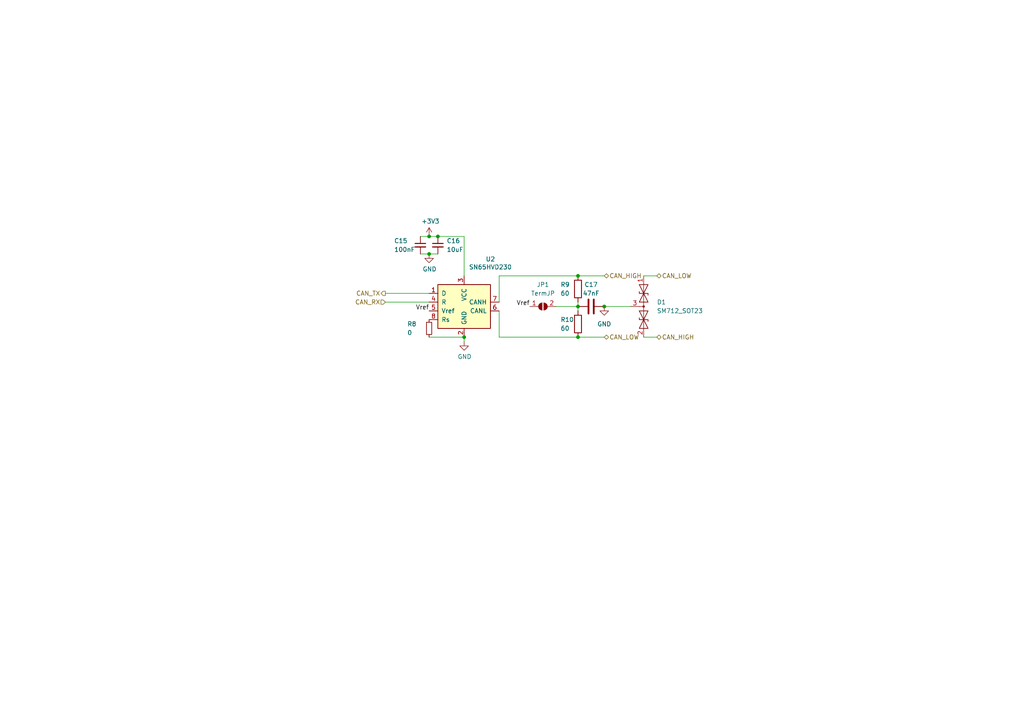
<source format=kicad_sch>
(kicad_sch (version 20230121) (generator eeschema)

  (uuid 58dc14f9-c158-4824-a84e-24a6a482a7a4)

  (paper "A4")

  (lib_symbols
    (symbol "Device:C" (pin_numbers hide) (pin_names (offset 0.254)) (in_bom yes) (on_board yes)
      (property "Reference" "C" (at 0.635 2.54 0)
        (effects (font (size 1.27 1.27)) (justify left))
      )
      (property "Value" "C" (at 0.635 -2.54 0)
        (effects (font (size 1.27 1.27)) (justify left))
      )
      (property "Footprint" "" (at 0.9652 -3.81 0)
        (effects (font (size 1.27 1.27)) hide)
      )
      (property "Datasheet" "~" (at 0 0 0)
        (effects (font (size 1.27 1.27)) hide)
      )
      (property "ki_keywords" "cap capacitor" (at 0 0 0)
        (effects (font (size 1.27 1.27)) hide)
      )
      (property "ki_description" "Unpolarized capacitor" (at 0 0 0)
        (effects (font (size 1.27 1.27)) hide)
      )
      (property "ki_fp_filters" "C_*" (at 0 0 0)
        (effects (font (size 1.27 1.27)) hide)
      )
      (symbol "C_0_1"
        (polyline
          (pts
            (xy -2.032 -0.762)
            (xy 2.032 -0.762)
          )
          (stroke (width 0.508) (type default))
          (fill (type none))
        )
        (polyline
          (pts
            (xy -2.032 0.762)
            (xy 2.032 0.762)
          )
          (stroke (width 0.508) (type default))
          (fill (type none))
        )
      )
      (symbol "C_1_1"
        (pin passive line (at 0 3.81 270) (length 2.794)
          (name "~" (effects (font (size 1.27 1.27))))
          (number "1" (effects (font (size 1.27 1.27))))
        )
        (pin passive line (at 0 -3.81 90) (length 2.794)
          (name "~" (effects (font (size 1.27 1.27))))
          (number "2" (effects (font (size 1.27 1.27))))
        )
      )
    )
    (symbol "Device:C_Small" (pin_numbers hide) (pin_names (offset 0.254) hide) (in_bom yes) (on_board yes)
      (property "Reference" "C" (at 0.254 1.778 0)
        (effects (font (size 1.27 1.27)) (justify left))
      )
      (property "Value" "C_Small" (at 0.254 -2.032 0)
        (effects (font (size 1.27 1.27)) (justify left))
      )
      (property "Footprint" "" (at 0 0 0)
        (effects (font (size 1.27 1.27)) hide)
      )
      (property "Datasheet" "~" (at 0 0 0)
        (effects (font (size 1.27 1.27)) hide)
      )
      (property "ki_keywords" "capacitor cap" (at 0 0 0)
        (effects (font (size 1.27 1.27)) hide)
      )
      (property "ki_description" "Unpolarized capacitor, small symbol" (at 0 0 0)
        (effects (font (size 1.27 1.27)) hide)
      )
      (property "ki_fp_filters" "C_*" (at 0 0 0)
        (effects (font (size 1.27 1.27)) hide)
      )
      (symbol "C_Small_0_1"
        (polyline
          (pts
            (xy -1.524 -0.508)
            (xy 1.524 -0.508)
          )
          (stroke (width 0.3302) (type default))
          (fill (type none))
        )
        (polyline
          (pts
            (xy -1.524 0.508)
            (xy 1.524 0.508)
          )
          (stroke (width 0.3048) (type default))
          (fill (type none))
        )
      )
      (symbol "C_Small_1_1"
        (pin passive line (at 0 2.54 270) (length 2.032)
          (name "~" (effects (font (size 1.27 1.27))))
          (number "1" (effects (font (size 1.27 1.27))))
        )
        (pin passive line (at 0 -2.54 90) (length 2.032)
          (name "~" (effects (font (size 1.27 1.27))))
          (number "2" (effects (font (size 1.27 1.27))))
        )
      )
    )
    (symbol "Device:R" (pin_numbers hide) (pin_names (offset 0)) (in_bom yes) (on_board yes)
      (property "Reference" "R" (at 2.032 0 90)
        (effects (font (size 1.27 1.27)))
      )
      (property "Value" "R" (at 0 0 90)
        (effects (font (size 1.27 1.27)))
      )
      (property "Footprint" "" (at -1.778 0 90)
        (effects (font (size 1.27 1.27)) hide)
      )
      (property "Datasheet" "~" (at 0 0 0)
        (effects (font (size 1.27 1.27)) hide)
      )
      (property "ki_keywords" "R res resistor" (at 0 0 0)
        (effects (font (size 1.27 1.27)) hide)
      )
      (property "ki_description" "Resistor" (at 0 0 0)
        (effects (font (size 1.27 1.27)) hide)
      )
      (property "ki_fp_filters" "R_*" (at 0 0 0)
        (effects (font (size 1.27 1.27)) hide)
      )
      (symbol "R_0_1"
        (rectangle (start -1.016 -2.54) (end 1.016 2.54)
          (stroke (width 0.254) (type default))
          (fill (type none))
        )
      )
      (symbol "R_1_1"
        (pin passive line (at 0 3.81 270) (length 1.27)
          (name "~" (effects (font (size 1.27 1.27))))
          (number "1" (effects (font (size 1.27 1.27))))
        )
        (pin passive line (at 0 -3.81 90) (length 1.27)
          (name "~" (effects (font (size 1.27 1.27))))
          (number "2" (effects (font (size 1.27 1.27))))
        )
      )
    )
    (symbol "Device:R_Small" (pin_numbers hide) (pin_names (offset 0.254) hide) (in_bom yes) (on_board yes)
      (property "Reference" "R" (at 0.762 0.508 0)
        (effects (font (size 1.27 1.27)) (justify left))
      )
      (property "Value" "R_Small" (at 0.762 -1.016 0)
        (effects (font (size 1.27 1.27)) (justify left))
      )
      (property "Footprint" "" (at 0 0 0)
        (effects (font (size 1.27 1.27)) hide)
      )
      (property "Datasheet" "~" (at 0 0 0)
        (effects (font (size 1.27 1.27)) hide)
      )
      (property "ki_keywords" "R resistor" (at 0 0 0)
        (effects (font (size 1.27 1.27)) hide)
      )
      (property "ki_description" "Resistor, small symbol" (at 0 0 0)
        (effects (font (size 1.27 1.27)) hide)
      )
      (property "ki_fp_filters" "R_*" (at 0 0 0)
        (effects (font (size 1.27 1.27)) hide)
      )
      (symbol "R_Small_0_1"
        (rectangle (start -0.762 1.778) (end 0.762 -1.778)
          (stroke (width 0.2032) (type default))
          (fill (type none))
        )
      )
      (symbol "R_Small_1_1"
        (pin passive line (at 0 2.54 270) (length 0.762)
          (name "~" (effects (font (size 1.27 1.27))))
          (number "1" (effects (font (size 1.27 1.27))))
        )
        (pin passive line (at 0 -2.54 90) (length 0.762)
          (name "~" (effects (font (size 1.27 1.27))))
          (number "2" (effects (font (size 1.27 1.27))))
        )
      )
    )
    (symbol "Diode:SM712_SOT23" (pin_names (offset 1.016) hide) (in_bom yes) (on_board yes)
      (property "Reference" "D" (at 0 4.445 0)
        (effects (font (size 1.27 1.27)))
      )
      (property "Value" "SM712_SOT23" (at 0 2.54 0)
        (effects (font (size 1.27 1.27)))
      )
      (property "Footprint" "Package_TO_SOT_SMD:SOT-23" (at 0 -8.89 0)
        (effects (font (size 1.27 1.27)) hide)
      )
      (property "Datasheet" "https://www.littelfuse.com/~/media/electronics/datasheets/tvs_diode_arrays/littelfuse_tvs_diode_array_sm712_datasheet.pdf.pdf" (at -3.81 0 0)
        (effects (font (size 1.27 1.27)) hide)
      )
      (property "ki_keywords" "transient voltage suppressor thyrector transil" (at 0 0 0)
        (effects (font (size 1.27 1.27)) hide)
      )
      (property "ki_description" "7V/12V, 600W Asymmetrical TVS Diode Array, SOT-23" (at 0 0 0)
        (effects (font (size 1.27 1.27)) hide)
      )
      (property "ki_fp_filters" "SOT?23*" (at 0 0 0)
        (effects (font (size 1.27 1.27)) hide)
      )
      (symbol "SM712_SOT23_0_0"
        (polyline
          (pts
            (xy 0 -1.27)
            (xy 0 0)
          )
          (stroke (width 0) (type default))
          (fill (type none))
        )
      )
      (symbol "SM712_SOT23_0_1"
        (polyline
          (pts
            (xy -6.35 0)
            (xy 6.35 0)
          )
          (stroke (width 0) (type default))
          (fill (type none))
        )
        (polyline
          (pts
            (xy -3.302 1.27)
            (xy -3.81 1.27)
            (xy -3.81 -1.27)
            (xy -4.318 -1.27)
          )
          (stroke (width 0.2032) (type default))
          (fill (type none))
        )
        (polyline
          (pts
            (xy 4.318 1.27)
            (xy 3.81 1.27)
            (xy 3.81 -1.27)
            (xy 3.302 -1.27)
          )
          (stroke (width 0.2032) (type default))
          (fill (type none))
        )
        (polyline
          (pts
            (xy -6.35 -1.27)
            (xy -1.27 1.27)
            (xy -1.27 -1.27)
            (xy -6.35 1.27)
            (xy -6.35 -1.27)
          )
          (stroke (width 0.2032) (type default))
          (fill (type none))
        )
        (polyline
          (pts
            (xy 1.27 -1.27)
            (xy 1.27 1.27)
            (xy 6.35 -1.27)
            (xy 6.35 1.27)
            (xy 1.27 -1.27)
          )
          (stroke (width 0.2032) (type default))
          (fill (type none))
        )
        (circle (center 0 0) (radius 0.254)
          (stroke (width 0) (type default))
          (fill (type outline))
        )
      )
      (symbol "SM712_SOT23_1_1"
        (pin passive line (at -8.89 0 0) (length 2.54)
          (name "A1" (effects (font (size 1.27 1.27))))
          (number "1" (effects (font (size 1.27 1.27))))
        )
        (pin passive line (at 8.89 0 180) (length 2.54)
          (name "A2" (effects (font (size 1.27 1.27))))
          (number "2" (effects (font (size 1.27 1.27))))
        )
        (pin input line (at 0 -3.81 90) (length 2.54)
          (name "common" (effects (font (size 1.27 1.27))))
          (number "3" (effects (font (size 1.27 1.27))))
        )
      )
    )
    (symbol "Interface_CAN_LIN:SN65HVD230" (pin_names (offset 1.016)) (in_bom yes) (on_board yes)
      (property "Reference" "U" (at -2.54 10.16 0)
        (effects (font (size 1.27 1.27)) (justify right))
      )
      (property "Value" "SN65HVD230" (at -2.54 7.62 0)
        (effects (font (size 1.27 1.27)) (justify right))
      )
      (property "Footprint" "Package_SO:SOIC-8_3.9x4.9mm_P1.27mm" (at 0 -12.7 0)
        (effects (font (size 1.27 1.27)) hide)
      )
      (property "Datasheet" "http://www.ti.com/lit/ds/symlink/sn65hvd230.pdf" (at -2.54 10.16 0)
        (effects (font (size 1.27 1.27)) hide)
      )
      (property "ki_keywords" "can transeiver ti low-power" (at 0 0 0)
        (effects (font (size 1.27 1.27)) hide)
      )
      (property "ki_description" "CAN Bus Transceivers, 3.3V, 1Mbps, Low-Power capabilities, SOIC-8" (at 0 0 0)
        (effects (font (size 1.27 1.27)) hide)
      )
      (property "ki_fp_filters" "SOIC*3.9x4.9mm*P1.27mm*" (at 0 0 0)
        (effects (font (size 1.27 1.27)) hide)
      )
      (symbol "SN65HVD230_0_1"
        (rectangle (start -7.62 5.08) (end 7.62 -7.62)
          (stroke (width 0.254) (type default))
          (fill (type background))
        )
      )
      (symbol "SN65HVD230_1_1"
        (pin input line (at -10.16 2.54 0) (length 2.54)
          (name "D" (effects (font (size 1.27 1.27))))
          (number "1" (effects (font (size 1.27 1.27))))
        )
        (pin power_in line (at 0 -10.16 90) (length 2.54)
          (name "GND" (effects (font (size 1.27 1.27))))
          (number "2" (effects (font (size 1.27 1.27))))
        )
        (pin power_in line (at 0 7.62 270) (length 2.54)
          (name "VCC" (effects (font (size 1.27 1.27))))
          (number "3" (effects (font (size 1.27 1.27))))
        )
        (pin output line (at -10.16 0 0) (length 2.54)
          (name "R" (effects (font (size 1.27 1.27))))
          (number "4" (effects (font (size 1.27 1.27))))
        )
        (pin output line (at -10.16 -2.54 0) (length 2.54)
          (name "Vref" (effects (font (size 1.27 1.27))))
          (number "5" (effects (font (size 1.27 1.27))))
        )
        (pin bidirectional line (at 10.16 -2.54 180) (length 2.54)
          (name "CANL" (effects (font (size 1.27 1.27))))
          (number "6" (effects (font (size 1.27 1.27))))
        )
        (pin bidirectional line (at 10.16 0 180) (length 2.54)
          (name "CANH" (effects (font (size 1.27 1.27))))
          (number "7" (effects (font (size 1.27 1.27))))
        )
        (pin input line (at -10.16 -5.08 0) (length 2.54)
          (name "Rs" (effects (font (size 1.27 1.27))))
          (number "8" (effects (font (size 1.27 1.27))))
        )
      )
    )
    (symbol "Jumper:SolderJumper_2_Open" (pin_names (offset 0) hide) (in_bom yes) (on_board yes)
      (property "Reference" "JP" (at 0 2.032 0)
        (effects (font (size 1.27 1.27)))
      )
      (property "Value" "SolderJumper_2_Open" (at 0 -2.54 0)
        (effects (font (size 1.27 1.27)))
      )
      (property "Footprint" "" (at 0 0 0)
        (effects (font (size 1.27 1.27)) hide)
      )
      (property "Datasheet" "~" (at 0 0 0)
        (effects (font (size 1.27 1.27)) hide)
      )
      (property "ki_keywords" "solder jumper SPST" (at 0 0 0)
        (effects (font (size 1.27 1.27)) hide)
      )
      (property "ki_description" "Solder Jumper, 2-pole, open" (at 0 0 0)
        (effects (font (size 1.27 1.27)) hide)
      )
      (property "ki_fp_filters" "SolderJumper*Open*" (at 0 0 0)
        (effects (font (size 1.27 1.27)) hide)
      )
      (symbol "SolderJumper_2_Open_0_1"
        (arc (start -0.254 1.016) (mid -1.2656 0) (end -0.254 -1.016)
          (stroke (width 0) (type default))
          (fill (type none))
        )
        (arc (start -0.254 1.016) (mid -1.2656 0) (end -0.254 -1.016)
          (stroke (width 0) (type default))
          (fill (type outline))
        )
        (polyline
          (pts
            (xy -0.254 1.016)
            (xy -0.254 -1.016)
          )
          (stroke (width 0) (type default))
          (fill (type none))
        )
        (polyline
          (pts
            (xy 0.254 1.016)
            (xy 0.254 -1.016)
          )
          (stroke (width 0) (type default))
          (fill (type none))
        )
        (arc (start 0.254 -1.016) (mid 1.2656 0) (end 0.254 1.016)
          (stroke (width 0) (type default))
          (fill (type none))
        )
        (arc (start 0.254 -1.016) (mid 1.2656 0) (end 0.254 1.016)
          (stroke (width 0) (type default))
          (fill (type outline))
        )
      )
      (symbol "SolderJumper_2_Open_1_1"
        (pin passive line (at -3.81 0 0) (length 2.54)
          (name "A" (effects (font (size 1.27 1.27))))
          (number "1" (effects (font (size 1.27 1.27))))
        )
        (pin passive line (at 3.81 0 180) (length 2.54)
          (name "B" (effects (font (size 1.27 1.27))))
          (number "2" (effects (font (size 1.27 1.27))))
        )
      )
    )
    (symbol "power:+3.3V" (power) (pin_names (offset 0)) (in_bom yes) (on_board yes)
      (property "Reference" "#PWR" (at 0 -3.81 0)
        (effects (font (size 1.27 1.27)) hide)
      )
      (property "Value" "+3.3V" (at 0 3.556 0)
        (effects (font (size 1.27 1.27)))
      )
      (property "Footprint" "" (at 0 0 0)
        (effects (font (size 1.27 1.27)) hide)
      )
      (property "Datasheet" "" (at 0 0 0)
        (effects (font (size 1.27 1.27)) hide)
      )
      (property "ki_keywords" "power-flag" (at 0 0 0)
        (effects (font (size 1.27 1.27)) hide)
      )
      (property "ki_description" "Power symbol creates a global label with name \"+3.3V\"" (at 0 0 0)
        (effects (font (size 1.27 1.27)) hide)
      )
      (symbol "+3.3V_0_1"
        (polyline
          (pts
            (xy -0.762 1.27)
            (xy 0 2.54)
          )
          (stroke (width 0) (type default))
          (fill (type none))
        )
        (polyline
          (pts
            (xy 0 0)
            (xy 0 2.54)
          )
          (stroke (width 0) (type default))
          (fill (type none))
        )
        (polyline
          (pts
            (xy 0 2.54)
            (xy 0.762 1.27)
          )
          (stroke (width 0) (type default))
          (fill (type none))
        )
      )
      (symbol "+3.3V_1_1"
        (pin power_in line (at 0 0 90) (length 0) hide
          (name "+3V3" (effects (font (size 1.27 1.27))))
          (number "1" (effects (font (size 1.27 1.27))))
        )
      )
    )
    (symbol "power:GND" (power) (pin_names (offset 0)) (in_bom yes) (on_board yes)
      (property "Reference" "#PWR" (at 0 -6.35 0)
        (effects (font (size 1.27 1.27)) hide)
      )
      (property "Value" "GND" (at 0 -3.81 0)
        (effects (font (size 1.27 1.27)))
      )
      (property "Footprint" "" (at 0 0 0)
        (effects (font (size 1.27 1.27)) hide)
      )
      (property "Datasheet" "" (at 0 0 0)
        (effects (font (size 1.27 1.27)) hide)
      )
      (property "ki_keywords" "power-flag" (at 0 0 0)
        (effects (font (size 1.27 1.27)) hide)
      )
      (property "ki_description" "Power symbol creates a global label with name \"GND\" , ground" (at 0 0 0)
        (effects (font (size 1.27 1.27)) hide)
      )
      (symbol "GND_0_1"
        (polyline
          (pts
            (xy 0 0)
            (xy 0 -1.27)
            (xy 1.27 -1.27)
            (xy 0 -2.54)
            (xy -1.27 -1.27)
            (xy 0 -1.27)
          )
          (stroke (width 0) (type default))
          (fill (type none))
        )
      )
      (symbol "GND_1_1"
        (pin power_in line (at 0 0 270) (length 0) hide
          (name "GND" (effects (font (size 1.27 1.27))))
          (number "1" (effects (font (size 1.27 1.27))))
        )
      )
    )
  )

  (junction (at 124.46 73.66) (diameter 0) (color 0 0 0 0)
    (uuid 23491ef2-02d6-433a-bd5f-f5a5367f6a15)
  )
  (junction (at 167.64 88.9) (diameter 0) (color 0 0 0 0)
    (uuid 2721e00b-3024-4b49-84cb-0a6dc6bf1080)
  )
  (junction (at 124.46 68.58) (diameter 0) (color 0 0 0 0)
    (uuid 39d43575-9958-453d-83d7-4e87cd3821ce)
  )
  (junction (at 167.64 80.01) (diameter 0) (color 0 0 0 0)
    (uuid 491eeab2-edc6-4986-afcf-a58b5c6af4e9)
  )
  (junction (at 175.26 88.9) (diameter 0) (color 0 0 0 0)
    (uuid 67ba57a7-a16e-4aa8-8f01-c3d4b455de0e)
  )
  (junction (at 167.64 97.79) (diameter 0) (color 0 0 0 0)
    (uuid 9cbc95c6-541a-457c-99c9-f0940b8421b1)
  )
  (junction (at 127 68.58) (diameter 0) (color 0 0 0 0)
    (uuid b9243f32-dec4-4ce4-9135-296b9a4faaad)
  )
  (junction (at 134.62 97.79) (diameter 0) (color 0 0 0 0)
    (uuid be75b37b-9c0e-448c-a8a9-e9c9aa0a3d51)
  )

  (wire (pts (xy 186.69 97.79) (xy 190.5 97.79))
    (stroke (width 0) (type default))
    (uuid 004ee8ee-666d-437c-a0c0-8bfd64f211c8)
  )
  (wire (pts (xy 134.62 68.58) (xy 134.62 80.01))
    (stroke (width 0) (type default))
    (uuid 0b7542b1-d4a5-4aec-8ea5-110b5fa3b496)
  )
  (wire (pts (xy 121.92 73.66) (xy 124.46 73.66))
    (stroke (width 0) (type default))
    (uuid 27b54dcf-cf59-47b6-b4b5-6cb225ea335a)
  )
  (wire (pts (xy 144.78 90.17) (xy 144.78 97.79))
    (stroke (width 0) (type default))
    (uuid 27cb800c-91f2-4581-a3df-283140f8de7a)
  )
  (wire (pts (xy 124.46 68.58) (xy 127 68.58))
    (stroke (width 0) (type default))
    (uuid 3f60c039-330f-4f69-9cc9-3e4bb05f77b6)
  )
  (wire (pts (xy 175.26 88.9) (xy 182.88 88.9))
    (stroke (width 0) (type default))
    (uuid 42549dab-3d39-4fd2-a300-f5bac3018b6b)
  )
  (wire (pts (xy 111.76 87.63) (xy 124.46 87.63))
    (stroke (width 0) (type default))
    (uuid 4fbc0dd6-499e-46bf-b453-8865e610d54c)
  )
  (wire (pts (xy 167.64 97.79) (xy 175.26 97.79))
    (stroke (width 0) (type default))
    (uuid 5c127e1d-9054-40de-b6da-6ff907316b45)
  )
  (wire (pts (xy 124.46 73.66) (xy 127 73.66))
    (stroke (width 0) (type default))
    (uuid 5f7d6f8f-464b-4575-8c77-f9539cf4421d)
  )
  (wire (pts (xy 167.64 88.9) (xy 167.64 90.17))
    (stroke (width 0) (type default))
    (uuid 63e02256-f03f-4cb0-a3e7-95d5e2f9b9e7)
  )
  (wire (pts (xy 186.69 80.01) (xy 190.5 80.01))
    (stroke (width 0) (type default))
    (uuid 73de24e2-b5fe-46dc-a394-fa8483f46b2c)
  )
  (wire (pts (xy 111.76 85.09) (xy 124.46 85.09))
    (stroke (width 0) (type default))
    (uuid 86e29d56-af4c-40fe-8fb4-6d774d3564c0)
  )
  (wire (pts (xy 144.78 97.79) (xy 167.64 97.79))
    (stroke (width 0) (type default))
    (uuid 87b056ce-c433-4082-bd07-29a24fd1dfc2)
  )
  (wire (pts (xy 167.64 87.63) (xy 167.64 88.9))
    (stroke (width 0) (type default))
    (uuid 983eed90-32b1-432e-a36f-f9ca56bf3fa5)
  )
  (wire (pts (xy 161.29 88.9) (xy 167.64 88.9))
    (stroke (width 0) (type default))
    (uuid 993f78b7-74d0-4de5-bec0-8c141bf90bff)
  )
  (wire (pts (xy 124.46 97.79) (xy 134.62 97.79))
    (stroke (width 0) (type default))
    (uuid 9a9b3927-c7e1-4560-999f-db27cf281135)
  )
  (wire (pts (xy 127 68.58) (xy 134.62 68.58))
    (stroke (width 0) (type default))
    (uuid 9b0c79c6-7494-4c8f-a100-8ae44944cf3d)
  )
  (wire (pts (xy 121.92 68.58) (xy 124.46 68.58))
    (stroke (width 0) (type default))
    (uuid a167e8c4-c67c-4825-ad64-818b06ec0b1f)
  )
  (wire (pts (xy 167.64 80.01) (xy 175.26 80.01))
    (stroke (width 0) (type default))
    (uuid a86a5d03-8199-4b24-8e6f-6c3eda94bcc9)
  )
  (wire (pts (xy 134.62 99.06) (xy 134.62 97.79))
    (stroke (width 0) (type default))
    (uuid c2bdd96b-ae16-41e0-9c01-22c8cd929bb9)
  )
  (wire (pts (xy 144.78 87.63) (xy 144.78 80.01))
    (stroke (width 0) (type default))
    (uuid d4c327da-8bbe-4734-99a6-a6c90a8a09d8)
  )
  (wire (pts (xy 144.78 80.01) (xy 167.64 80.01))
    (stroke (width 0) (type default))
    (uuid f3b76ada-10d9-40b1-a4af-ff68421411c5)
  )

  (label "Vref" (at 124.46 90.17 180) (fields_autoplaced)
    (effects (font (size 1.27 1.27)) (justify right bottom))
    (uuid 85878c11-d4b5-4d11-a6be-f032d8348a4d)
  )
  (label "Vref" (at 153.67 88.9 180) (fields_autoplaced)
    (effects (font (size 1.27 1.27)) (justify right bottom))
    (uuid ceaec669-42ab-4740-975c-9af0f9579f52)
  )

  (hierarchical_label "CAN_RX" (shape input) (at 111.76 87.63 180) (fields_autoplaced)
    (effects (font (size 1.27 1.27)) (justify right))
    (uuid 13abf99d-5265-4779-8973-e94370fd18ff)
  )
  (hierarchical_label "CAN_HIGH" (shape bidirectional) (at 175.26 80.01 0) (fields_autoplaced)
    (effects (font (size 1.27 1.27)) (justify left))
    (uuid 52d50990-7239-4271-ab7f-bd767c23b436)
  )
  (hierarchical_label "CAN_TX" (shape output) (at 111.76 85.09 180) (fields_autoplaced)
    (effects (font (size 1.27 1.27)) (justify right))
    (uuid a05d7640-f2f6-4ba7-8c51-5a4af431fc13)
  )
  (hierarchical_label "CAN_HIGH" (shape bidirectional) (at 190.5 97.79 0) (fields_autoplaced)
    (effects (font (size 1.27 1.27)) (justify left))
    (uuid bd1609c1-9e92-4ee5-b01d-8d00f8dc62fa)
  )
  (hierarchical_label "CAN_LOW" (shape bidirectional) (at 190.5 80.01 0) (fields_autoplaced)
    (effects (font (size 1.27 1.27)) (justify left))
    (uuid d9b4b9ec-e761-4f6a-8f3c-09025e57fd3d)
  )
  (hierarchical_label "CAN_LOW" (shape bidirectional) (at 175.26 97.79 0) (fields_autoplaced)
    (effects (font (size 1.27 1.27)) (justify left))
    (uuid f5416ddf-59ed-4f48-b51e-bab29af9d5f1)
  )

  (symbol (lib_id "power:GND") (at 134.62 99.06 0) (unit 1)
    (in_bom yes) (on_board yes) (dnp no) (fields_autoplaced)
    (uuid 00000000-0000-0000-0000-000061946eb3)
    (property "Reference" "#PWR026" (at 134.62 105.41 0)
      (effects (font (size 1.27 1.27)) hide)
    )
    (property "Value" "GND" (at 134.747 103.4542 0)
      (effects (font (size 1.27 1.27)))
    )
    (property "Footprint" "" (at 134.62 99.06 0)
      (effects (font (size 1.27 1.27)) hide)
    )
    (property "Datasheet" "" (at 134.62 99.06 0)
      (effects (font (size 1.27 1.27)) hide)
    )
    (pin "1" (uuid a56d1fde-b4ad-42de-a848-9c94bc0cbe09))
    (instances
      (project "Canardboard"
        (path "/7db990e4-92e1-4f99-b4d2-435bbec1ba83/00000000-0000-0000-0000-000061942b9a"
          (reference "#PWR026") (unit 1)
        )
      )
    )
  )

  (symbol (lib_id "power:+3.3V") (at 124.46 68.58 0) (unit 1)
    (in_bom yes) (on_board yes) (dnp no) (fields_autoplaced)
    (uuid 00000000-0000-0000-0000-000061946eb9)
    (property "Reference" "#PWR024" (at 124.46 72.39 0)
      (effects (font (size 1.27 1.27)) hide)
    )
    (property "Value" "+3.3V" (at 124.841 64.1858 0)
      (effects (font (size 1.27 1.27)))
    )
    (property "Footprint" "" (at 124.46 68.58 0)
      (effects (font (size 1.27 1.27)) hide)
    )
    (property "Datasheet" "" (at 124.46 68.58 0)
      (effects (font (size 1.27 1.27)) hide)
    )
    (pin "1" (uuid 510813ff-4301-4d7b-b640-805049ac6194))
    (instances
      (project "Canardboard"
        (path "/7db990e4-92e1-4f99-b4d2-435bbec1ba83/00000000-0000-0000-0000-000061942b9a"
          (reference "#PWR024") (unit 1)
        )
      )
    )
  )

  (symbol (lib_id "Interface_CAN_LIN:SN65HVD230") (at 134.62 87.63 0) (unit 1)
    (in_bom yes) (on_board yes) (dnp no) (fields_autoplaced)
    (uuid 00000000-0000-0000-0000-000061946ec3)
    (property "Reference" "U2" (at 142.24 75.1586 0)
      (effects (font (size 1.27 1.27)))
    )
    (property "Value" "SN65HVD230" (at 142.24 77.47 0)
      (effects (font (size 1.27 1.27)))
    )
    (property "Footprint" "Package_SO:SOIC-8_3.9x4.9mm_P1.27mm" (at 134.62 100.33 0)
      (effects (font (size 1.27 1.27)) hide)
    )
    (property "Datasheet" "http://www.ti.com/lit/ds/symlink/sn65hvd230.pdf" (at 132.08 77.47 0)
      (effects (font (size 1.27 1.27)) hide)
    )
    (pin "1" (uuid 6bdf4c09-0d97-4f84-a45b-4830c8cb3132))
    (pin "2" (uuid 8524da93-8e55-4af1-8974-d6a0c4c21263))
    (pin "3" (uuid dfe0615d-48dd-4d5e-ae77-f5a2410688c9))
    (pin "4" (uuid cdce2be4-88ef-44ed-b591-e6404a14a2cf))
    (pin "5" (uuid 64d84e49-aaf5-4eba-8a78-1b20287a1fe2))
    (pin "6" (uuid 5f9c5087-aeae-41db-97be-1dd276294553))
    (pin "7" (uuid ab15be4c-1efb-422a-9053-a5c97ba751b0))
    (pin "8" (uuid 570ee06f-38f1-44a9-ae2b-f08cf56305e0))
    (instances
      (project "Canardboard"
        (path "/7db990e4-92e1-4f99-b4d2-435bbec1ba83/00000000-0000-0000-0000-000061942b9a"
          (reference "U2") (unit 1)
        )
      )
    )
  )

  (symbol (lib_id "Device:C_Small") (at 127 71.12 0) (unit 1)
    (in_bom yes) (on_board yes) (dnp no) (fields_autoplaced)
    (uuid 06b0d844-1c7a-43fd-b8a5-ad8e34e13aac)
    (property "Reference" "C16" (at 129.54 69.8562 0)
      (effects (font (size 1.27 1.27)) (justify left))
    )
    (property "Value" "10uF" (at 129.54 72.3962 0)
      (effects (font (size 1.27 1.27)) (justify left))
    )
    (property "Footprint" "Capacitor_SMD:C_0402_1005Metric" (at 127 71.12 0)
      (effects (font (size 1.27 1.27)) hide)
    )
    (property "Datasheet" "~" (at 127 71.12 0)
      (effects (font (size 1.27 1.27)) hide)
    )
    (pin "1" (uuid 10b20214-515e-42bb-84a6-3f883f19ddfd))
    (pin "2" (uuid 4d2216bc-b14e-4a5b-b3c8-81ce9666e6b8))
    (instances
      (project "Canardboard"
        (path "/7db990e4-92e1-4f99-b4d2-435bbec1ba83/00000000-0000-0000-0000-000061942b9a"
          (reference "C16") (unit 1)
        )
      )
    )
  )

  (symbol (lib_id "Diode:SM712_SOT23") (at 186.69 88.9 270) (unit 1)
    (in_bom yes) (on_board yes) (dnp no) (fields_autoplaced)
    (uuid 4717c16e-4caf-41db-976f-f247d2a86ecc)
    (property "Reference" "D1" (at 190.5 87.63 90)
      (effects (font (size 1.27 1.27)) (justify left))
    )
    (property "Value" "SM712_SOT23" (at 190.5 90.17 90)
      (effects (font (size 1.27 1.27)) (justify left))
    )
    (property "Footprint" "Package_TO_SOT_SMD:SOT-23" (at 177.8 88.9 0)
      (effects (font (size 1.27 1.27)) hide)
    )
    (property "Datasheet" "https://www.littelfuse.com/~/media/electronics/datasheets/tvs_diode_arrays/littelfuse_tvs_diode_array_sm712_datasheet.pdf.pdf" (at 186.69 85.09 0)
      (effects (font (size 1.27 1.27)) hide)
    )
    (pin "1" (uuid 61d401ba-9a92-46cf-9e74-830b4bae03e8))
    (pin "2" (uuid 0fd63885-740c-4de9-912d-b4c053174f76))
    (pin "3" (uuid c3ea2a06-1773-4450-9273-f6d2533c8ea8))
    (instances
      (project "Canardboard"
        (path "/7db990e4-92e1-4f99-b4d2-435bbec1ba83/00000000-0000-0000-0000-000061942b9a"
          (reference "D1") (unit 1)
        )
      )
    )
  )

  (symbol (lib_id "power:GND") (at 175.26 88.9 0) (unit 1)
    (in_bom yes) (on_board yes) (dnp no) (fields_autoplaced)
    (uuid 49208f5a-f73e-42f1-9d7d-382d975bd991)
    (property "Reference" "#PWR027" (at 175.26 95.25 0)
      (effects (font (size 1.27 1.27)) hide)
    )
    (property "Value" "GND" (at 175.26 93.98 0)
      (effects (font (size 1.27 1.27)))
    )
    (property "Footprint" "" (at 175.26 88.9 0)
      (effects (font (size 1.27 1.27)) hide)
    )
    (property "Datasheet" "" (at 175.26 88.9 0)
      (effects (font (size 1.27 1.27)) hide)
    )
    (pin "1" (uuid 7279e70a-593e-4bf1-954b-79591693ce8a))
    (instances
      (project "Canardboard"
        (path "/7db990e4-92e1-4f99-b4d2-435bbec1ba83/00000000-0000-0000-0000-000061942b9a"
          (reference "#PWR027") (unit 1)
        )
      )
    )
  )

  (symbol (lib_id "Device:C_Small") (at 121.92 71.12 0) (unit 1)
    (in_bom yes) (on_board yes) (dnp no) (fields_autoplaced)
    (uuid 759646bf-5c31-420e-aff7-2c1a28ce32e1)
    (property "Reference" "C15" (at 114.3 69.85 0)
      (effects (font (size 1.27 1.27)) (justify left))
    )
    (property "Value" "100nF" (at 114.3 72.39 0)
      (effects (font (size 1.27 1.27)) (justify left))
    )
    (property "Footprint" "Capacitor_SMD:C_0402_1005Metric" (at 121.92 71.12 0)
      (effects (font (size 1.27 1.27)) hide)
    )
    (property "Datasheet" "~" (at 121.92 71.12 0)
      (effects (font (size 1.27 1.27)) hide)
    )
    (pin "1" (uuid 805ff4df-d739-4b80-8686-b130f0f1e4c4))
    (pin "2" (uuid f5ddb397-39ab-4fbf-9fd3-c48b6fed8346))
    (instances
      (project "Canardboard"
        (path "/7db990e4-92e1-4f99-b4d2-435bbec1ba83/00000000-0000-0000-0000-000061942b9a"
          (reference "C15") (unit 1)
        )
      )
    )
  )

  (symbol (lib_id "Device:R_Small") (at 124.46 95.25 0) (unit 1)
    (in_bom yes) (on_board yes) (dnp no)
    (uuid c0a35b75-0e83-4311-add3-5a3930110d30)
    (property "Reference" "R8" (at 118.11 93.98 0)
      (effects (font (size 1.27 1.27)) (justify left))
    )
    (property "Value" "0" (at 118.11 96.52 0)
      (effects (font (size 1.27 1.27)) (justify left))
    )
    (property "Footprint" "Resistor_SMD:R_0402_1005Metric" (at 124.46 95.25 0)
      (effects (font (size 1.27 1.27)) hide)
    )
    (property "Datasheet" "~" (at 124.46 95.25 0)
      (effects (font (size 1.27 1.27)) hide)
    )
    (pin "1" (uuid 0acf5207-dd79-49f1-8d0b-a23806cfadfa))
    (pin "2" (uuid 4a0df9af-6be8-477d-851f-90af9a31af0a))
    (instances
      (project "Canardboard"
        (path "/7db990e4-92e1-4f99-b4d2-435bbec1ba83/00000000-0000-0000-0000-000061942b9a"
          (reference "R8") (unit 1)
        )
      )
    )
  )

  (symbol (lib_id "Device:R") (at 167.64 93.98 0) (unit 1)
    (in_bom yes) (on_board yes) (dnp no) (fields_autoplaced)
    (uuid c363df37-be76-44cd-846e-5e1010ee0d3e)
    (property "Reference" "R10" (at 162.56 92.71 0)
      (effects (font (size 1.27 1.27)) (justify left))
    )
    (property "Value" "60" (at 162.56 95.25 0)
      (effects (font (size 1.27 1.27)) (justify left))
    )
    (property "Footprint" "Resistor_SMD:R_0603_1608Metric" (at 165.862 93.98 90)
      (effects (font (size 1.27 1.27)) hide)
    )
    (property "Datasheet" "~" (at 167.64 93.98 0)
      (effects (font (size 1.27 1.27)) hide)
    )
    (pin "1" (uuid 90f3d599-bb98-41e3-85f2-638568426026))
    (pin "2" (uuid 666b110b-64b3-4b1b-b648-8cefb6eb0bcb))
    (instances
      (project "Canardboard"
        (path "/7db990e4-92e1-4f99-b4d2-435bbec1ba83/00000000-0000-0000-0000-000061942b9a"
          (reference "R10") (unit 1)
        )
      )
    )
  )

  (symbol (lib_id "Device:R") (at 167.64 83.82 0) (unit 1)
    (in_bom yes) (on_board yes) (dnp no) (fields_autoplaced)
    (uuid c4e42d16-8dbe-42af-a61a-faa72b95fe53)
    (property "Reference" "R9" (at 162.56 82.55 0)
      (effects (font (size 1.27 1.27)) (justify left))
    )
    (property "Value" "60" (at 162.56 85.09 0)
      (effects (font (size 1.27 1.27)) (justify left))
    )
    (property "Footprint" "Resistor_SMD:R_0603_1608Metric" (at 165.862 83.82 90)
      (effects (font (size 1.27 1.27)) hide)
    )
    (property "Datasheet" "~" (at 167.64 83.82 0)
      (effects (font (size 1.27 1.27)) hide)
    )
    (pin "1" (uuid 7aa89fde-e48a-459c-a6d3-ab42cc193dc3))
    (pin "2" (uuid d6841618-1848-4345-b481-0df763199957))
    (instances
      (project "Canardboard"
        (path "/7db990e4-92e1-4f99-b4d2-435bbec1ba83/00000000-0000-0000-0000-000061942b9a"
          (reference "R9") (unit 1)
        )
      )
    )
  )

  (symbol (lib_id "Device:C") (at 171.45 88.9 90) (unit 1)
    (in_bom yes) (on_board yes) (dnp no) (fields_autoplaced)
    (uuid c905e3f6-13b1-4d5f-8bb5-930cfa107996)
    (property "Reference" "C17" (at 171.45 82.55 90)
      (effects (font (size 1.27 1.27)))
    )
    (property "Value" "47nF" (at 171.45 85.09 90)
      (effects (font (size 1.27 1.27)))
    )
    (property "Footprint" "Capacitor_SMD:C_0402_1005Metric" (at 175.26 87.9348 0)
      (effects (font (size 1.27 1.27)) hide)
    )
    (property "Datasheet" "~" (at 171.45 88.9 0)
      (effects (font (size 1.27 1.27)) hide)
    )
    (pin "1" (uuid 661ee4cc-5365-4f1b-b95c-ab7b5ae3a4b3))
    (pin "2" (uuid 8295075a-cd4f-4e53-9e2b-b976b5e9ea64))
    (instances
      (project "Canardboard"
        (path "/7db990e4-92e1-4f99-b4d2-435bbec1ba83/00000000-0000-0000-0000-000061942b9a"
          (reference "C17") (unit 1)
        )
      )
    )
  )

  (symbol (lib_id "power:GND") (at 124.46 73.66 0) (unit 1)
    (in_bom yes) (on_board yes) (dnp no) (fields_autoplaced)
    (uuid d85aebac-c325-42de-8c8e-5349542a2954)
    (property "Reference" "#PWR025" (at 124.46 80.01 0)
      (effects (font (size 1.27 1.27)) hide)
    )
    (property "Value" "GND" (at 124.587 78.0542 0)
      (effects (font (size 1.27 1.27)))
    )
    (property "Footprint" "" (at 124.46 73.66 0)
      (effects (font (size 1.27 1.27)) hide)
    )
    (property "Datasheet" "" (at 124.46 73.66 0)
      (effects (font (size 1.27 1.27)) hide)
    )
    (pin "1" (uuid 4c69aef8-d654-4204-8883-b2a00aa0121d))
    (instances
      (project "Canardboard"
        (path "/7db990e4-92e1-4f99-b4d2-435bbec1ba83/00000000-0000-0000-0000-000061942b9a"
          (reference "#PWR025") (unit 1)
        )
      )
    )
  )

  (symbol (lib_id "Jumper:SolderJumper_2_Open") (at 157.48 88.9 0) (unit 1)
    (in_bom yes) (on_board yes) (dnp no) (fields_autoplaced)
    (uuid deb2b25e-9fb0-448e-88c5-95a67db1d371)
    (property "Reference" "JP1" (at 157.48 82.55 0)
      (effects (font (size 1.27 1.27)))
    )
    (property "Value" "TermJP" (at 157.48 85.09 0)
      (effects (font (size 1.27 1.27)))
    )
    (property "Footprint" "Jumper:SolderJumper-2_P1.3mm_Open_RoundedPad1.0x1.5mm" (at 157.48 88.9 0)
      (effects (font (size 1.27 1.27)) hide)
    )
    (property "Datasheet" "~" (at 157.48 88.9 0)
      (effects (font (size 1.27 1.27)) hide)
    )
    (pin "1" (uuid 02687bfe-ff5d-46db-8b17-8d511831222d))
    (pin "2" (uuid d46021fe-915e-49d5-a5e2-38f7dc5223f8))
    (instances
      (project "Canardboard"
        (path "/7db990e4-92e1-4f99-b4d2-435bbec1ba83/00000000-0000-0000-0000-000061942b9a"
          (reference "JP1") (unit 1)
        )
      )
    )
  )
)

</source>
